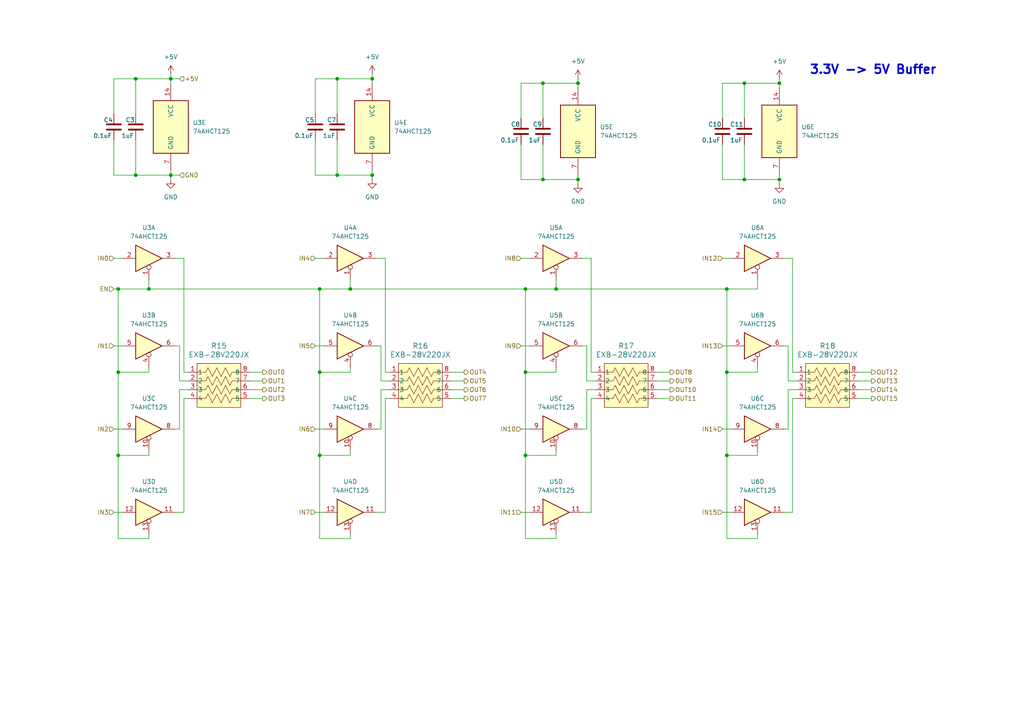
<source format=kicad_sch>
(kicad_sch (version 20250114) (generator "eeschema") (generator_version "9.0")
  (paper "A4")
  (lib_symbols
    (symbol "74xx:74AHCT125" (pin_names (offset 1.016))
      (property "Reference" "U" (at 0 1.27 0))
      (property "Value" "74AHCT125" (at 0 -1.27 0))
      (symbol "74AHCT125_1_0"
        (polyline (pts (xy -3.81 3.81) (xy -3.81 -3.81) (xy 3.81 0) (xy -3.81 3.81)) (stroke (width 0.254)) (fill (type background)))
        (pin input line (at -7.62 0 0) (length 3.81) (name "~") (number "2"))
        (pin input inverted (at 0 -6.35 90) (length 4.445) (name "~") (number "1"))
        (pin tri_state line (at 7.62 0 180) (length 3.81) (name "~") (number "3"))
      )
      (symbol "74AHCT125_2_0"
        (polyline (pts (xy -3.81 3.81) (xy -3.81 -3.81) (xy 3.81 0) (xy -3.81 3.81)) (stroke (width 0.254)) (fill (type background)))
        (pin input line (at -7.62 0 0) (length 3.81) (name "~") (number "5"))
        (pin input inverted (at 0 -6.35 90) (length 4.445) (name "~") (number "4"))
        (pin tri_state line (at 7.62 0 180) (length 3.81) (name "~") (number "6"))
      )
      (symbol "74AHCT125_3_0"
        (polyline (pts (xy -3.81 3.81) (xy -3.81 -3.81) (xy 3.81 0) (xy -3.81 3.81)) (stroke (width 0.254)) (fill (type background)))
        (pin input line (at -7.62 0 0) (length 3.81) (name "~") (number "9"))
        (pin input inverted (at 0 -6.35 90) (length 4.445) (name "~") (number "10"))
        (pin tri_state line (at 7.62 0 180) (length 3.81) (name "~") (number "8"))
      )
      (symbol "74AHCT125_4_0"
        (polyline (pts (xy -3.81 3.81) (xy -3.81 -3.81) (xy 3.81 0) (xy -3.81 3.81)) (stroke (width 0.254)) (fill (type background)))
        (pin input line (at -7.62 0 0) (length 3.81) (name "~") (number "12"))
        (pin input inverted (at 0 -6.35 90) (length 4.445) (name "~") (number "13"))
        (pin tri_state line (at 7.62 0 180) (length 3.81) (name "~") (number "11"))
      )
      (symbol "74AHCT125_5_0"
        (pin power_in line (at 0 12.7 270) (length 5.08) (name "VCC") (number "14"))
        (pin power_in line (at 0 -12.7 90) (length 5.08) (name "GND") (number "7"))
      )
      (symbol "74AHCT125_5_1"
        (rectangle (start -5.08 7.62) (end 5.08 -7.62) (stroke (width 0.254)) (fill (type background)))
      )
    )
    (symbol "Device:C" (pin_numbers (hide yes)) (pin_names (offset 0.254))
      (property "Reference" "C" (at 0.635 2.54 0))
      (property "Value" "C" (at 0.635 -2.54 0))
      (symbol "C_0_1"
        (polyline (pts (xy -2.032 0.762) (xy 2.032 0.762)) (stroke (width 0.508)))
        (polyline (pts (xy -2.032 -0.762) (xy 2.032 -0.762)) (stroke (width 0.508)))
      )
      (symbol "C_1_1"
        (pin passive line (at 0 3.81 270) (length 2.794) (name "~") (number "1"))
        (pin passive line (at 0 -3.81 90) (length 2.794) (name "~") (number "2"))
      )
    )
    (symbol "Device:EXB-28V220JX" (pin_names (offset 0.254))
      (property "Reference" "R" (at 8.382 9.144 0))
      (property "Value" "EXB-28V220JX" (at 8.89 5.588 0))
      (symbol "EXB-28V220JX_0_1"
        (polyline (pts (xy 2.54 0) (xy 5.08 0)) (stroke (width 0.127)))
        (polyline (pts (xy 2.54 -2.54) (xy 5.08 -2.54)) (stroke (width 0.127)))
        (polyline (pts (xy 2.54 -5.08) (xy 5.08 -5.08)) (stroke (width 0.127)))
        (polyline (pts (xy 2.54 -7.62) (xy 5.08 -7.62)) (stroke (width 0.127)))
        (polyline (pts (xy 5.08 0) (xy 5.715 1.27)) (stroke (width 0.127)))
        (polyline (pts (xy 5.08 -2.54) (xy 5.715 -1.27)) (stroke (width 0.127)))
        (polyline (pts (xy 5.08 -5.08) (xy 5.715 -3.81)) (stroke (width 0.127)))
        (polyline (pts (xy 5.08 -7.62) (xy 5.715 -6.35)) (stroke (width 0.127)))
        (polyline (pts (xy 5.715 1.27) (xy 6.985 -1.27)) (stroke (width 0.127)))
        (polyline (pts (xy 5.715 -1.27) (xy 6.985 -3.81)) (stroke (width 0.127)))
        (polyline (pts (xy 5.715 -3.81) (xy 6.985 -6.35)) (stroke (width 0.127)))
        (polyline (pts (xy 5.715 -6.35) (xy 6.985 -8.89)) (stroke (width 0.127)))
        (polyline (pts (xy 6.985 -1.27) (xy 8.255 1.27)) (stroke (width 0.127)))
        (polyline (pts (xy 6.985 -3.81) (xy 8.255 -1.27)) (stroke (width 0.127)))
        (polyline (pts (xy 6.985 -6.35) (xy 8.255 -3.81)) (stroke (width 0.127)))
        (polyline (pts (xy 6.985 -8.89) (xy 8.255 -6.35)) (stroke (width 0.127)))
        (polyline (pts (xy 8.255 1.27) (xy 9.525 -1.27)) (stroke (width 0.127)))
        (polyline (pts (xy 8.255 -1.27) (xy 9.525 -3.81)) (stroke (width 0.127)))
        (polyline (pts (xy 8.255 -3.81) (xy 9.525 -6.35)) (stroke (width 0.127)))
        (polyline (pts (xy 8.255 -6.35) (xy 9.525 -8.89)) (stroke (width 0.127)))
        (polyline (pts (xy 9.525 -1.27) (xy 10.795 1.27)) (stroke (width 0.127)))
        (polyline (pts (xy 9.525 -3.81) (xy 10.795 -1.27)) (stroke (width 0.127)))
        (polyline (pts (xy 9.525 -6.35) (xy 10.795 -3.81)) (stroke (width 0.127)))
        (polyline (pts (xy 9.525 -8.89) (xy 10.795 -6.35)) (stroke (width 0.127)))
        (polyline (pts (xy 10.795 1.27) (xy 12.065 -1.27)) (stroke (width 0.127)))
        (polyline (pts (xy 10.795 -1.27) (xy 12.065 -3.81)) (stroke (width 0.127)))
        (polyline (pts (xy 10.795 -3.81) (xy 12.065 -6.35)) (stroke (width 0.127)))
        (polyline (pts (xy 10.795 -6.35) (xy 12.065 -8.89)) (stroke (width 0.127)))
        (polyline (pts (xy 12.065 -1.27) (xy 12.7 0)) (stroke (width 0.127)))
        (polyline (pts (xy 12.065 -3.81) (xy 12.7 -2.54)) (stroke (width 0.127)))
        (polyline (pts (xy 12.065 -6.35) (xy 12.7 -5.08)) (stroke (width 0.127)))
        (polyline (pts (xy 12.065 -8.89) (xy 12.7 -7.62)) (stroke (width 0.127)))
        (polyline (pts (xy 12.7 0) (xy 15.24 0)) (stroke (width 0.127)))
        (polyline (pts (xy 12.7 -2.54) (xy 15.24 -2.54)) (stroke (width 0.127)))
        (polyline (pts (xy 12.7 -5.08) (xy 15.24 -5.08)) (stroke (width 0.127)))
        (polyline (pts (xy 12.7 -7.62) (xy 15.24 -7.62)) (stroke (width 0.127)))
        (pin unspecified line (at 0 0 0) (length 2.54) (name "1") (number "1"))
        (pin unspecified line (at 0 -2.54 0) (length 2.54) (name "2") (number "2"))
        (pin unspecified line (at 0 -5.08 0) (length 2.54) (name "3") (number "3"))
        (pin unspecified line (at 0 -7.62 0) (length 2.54) (name "4") (number "4"))
        (pin unspecified line (at 17.78 0 180) (length 2.54) (name "8") (number "8"))
        (pin unspecified line (at 17.78 -2.54 180) (length 2.54) (name "7") (number "7"))
        (pin unspecified line (at 17.78 -5.08 180) (length 2.54) (name "6") (number "6"))
        (pin unspecified line (at 17.78 -7.62 180) (length 2.54) (name "5") (number "5"))
      )
      (symbol "EXB-28V220JX_1_1"
        (rectangle (start 2.54 2.54) (end 15.24 -10.16) (fill (type background)))
      )
    )
    (symbol "power:+5V" (power) (pin_numbers (hide yes)) (pin_names (offset 0) (hide yes))
      (property "Value" "+5V" (at 0 3.556 0))
      (symbol "+5V_0_1"
        (polyline (pts (xy -0.762 1.27) (xy 0 2.54)))
        (polyline (pts (xy 0 2.54) (xy 0.762 1.27)))
        (polyline (pts (xy 0 0) (xy 0 2.54)))
      )
      (symbol "+5V_1_1"
        (pin power_in line (at 0 0 90) (length 0) (name "~") (number "1"))
      )
    )
    (symbol "power:GND" (power) (pin_numbers (hide yes)) (pin_names (offset 0) (hide yes))
      (property "Value" "GND" (at 0 -3.81 0))
      (symbol "GND_0_1"
        (polyline (pts (xy 0 0) (xy 0 -1.27) (xy 1.27 -1.27) (xy 0 -2.54) (xy -1.27 -1.27) (xy 0 -1.27)))
      )
      (symbol "GND_1_1"
        (pin power_in line (at 0 0 270) (length 0) (name "~") (number "1"))
      )
    )
  )
  (text "3.3V -> 5V Buffer" (at 253.238 20.32 0) (effects (font (size 2.54 2.54) (thickness 0.508) (bold yes))))
  (junction (at 107.95 22.86))
  (junction (at 210.82 132.08))
  (junction (at 107.95 50.8))
  (junction (at 157.48 52.07))
  (junction (at 34.29 107.95))
  (junction (at 226.06 24.13))
  (junction (at 210.82 83.82))
  (junction (at 92.71 107.95))
  (junction (at 39.37 50.8))
  (junction (at 215.9 52.07))
  (junction (at 97.79 22.86))
  (junction (at 167.64 52.07))
  (junction (at 152.4 83.82))
  (junction (at 215.9 24.13))
  (junction (at 226.06 52.07))
  (junction (at 210.82 107.95))
  (junction (at 167.64 24.13))
  (junction (at 97.79 50.8))
  (junction (at 92.71 132.08))
  (junction (at 49.53 50.8))
  (junction (at 39.37 22.86))
  (junction (at 43.18 83.82))
  (junction (at 152.4 107.95))
  (junction (at 34.29 83.82))
  (junction (at 157.48 24.13))
  (junction (at 34.29 132.08))
  (junction (at 49.53 22.86))
  (junction (at 101.6 83.82))
  (junction (at 161.29 83.82))
  (junction (at 92.71 83.82))
  (junction (at 152.4 132.08))
  (wire (pts (xy 33.02 74.93) (xy 35.56 74.93)))
  (wire (pts (xy 167.64 52.07) (xy 167.64 53.34)))
  (wire (pts (xy 43.18 106.68) (xy 43.18 107.95)))
  (wire (pts (xy 248.92 115.57) (xy 252.73 115.57)))
  (wire (pts (xy 111.76 115.57) (xy 111.76 148.59)))
  (wire (pts (xy 34.29 132.08) (xy 34.29 156.21)))
  (wire (pts (xy 97.79 50.8) (xy 107.95 50.8)))
  (wire (pts (xy 170.18 110.49) (xy 172.72 110.49)))
  (wire (pts (xy 49.53 22.86) (xy 52.07 22.86)))
  (wire (pts (xy 152.4 156.21) (xy 161.29 156.21)))
  (wire (pts (xy 152.4 83.82) (xy 152.4 107.95)))
  (wire (pts (xy 226.06 22.86) (xy 226.06 24.13)))
  (wire (pts (xy 49.53 50.8) (xy 52.07 50.8)))
  (wire (pts (xy 49.53 50.8) (xy 49.53 52.07)))
  (wire (pts (xy 110.49 100.33) (xy 110.49 110.49)))
  (wire (pts (xy 151.13 24.13) (xy 157.48 24.13)))
  (wire (pts (xy 33.02 22.86) (xy 39.37 22.86)))
  (wire (pts (xy 151.13 148.59) (xy 153.67 148.59)))
  (wire (pts (xy 170.18 113.03) (xy 170.18 124.46)))
  (wire (pts (xy 227.33 124.46) (xy 228.6 124.46)))
  (wire (pts (xy 49.53 22.86) (xy 39.37 22.86)))
  (wire (pts (xy 171.45 107.95) (xy 172.72 107.95)))
  (wire (pts (xy 92.71 107.95) (xy 92.71 132.08)))
  (wire (pts (xy 168.91 100.33) (xy 170.18 100.33)))
  (wire (pts (xy 209.55 34.29) (xy 209.55 24.13)))
  (wire (pts (xy 190.5 115.57) (xy 194.31 115.57)))
  (wire (pts (xy 210.82 132.08) (xy 210.82 156.21)))
  (wire (pts (xy 33.02 148.59) (xy 35.56 148.59)))
  (wire (pts (xy 91.44 100.33) (xy 93.98 100.33)))
  (wire (pts (xy 209.55 52.07) (xy 209.55 41.91)))
  (wire (pts (xy 152.4 132.08) (xy 161.29 132.08)))
  (wire (pts (xy 171.45 74.93) (xy 171.45 107.95)))
  (wire (pts (xy 227.33 74.93) (xy 229.87 74.93)))
  (wire (pts (xy 107.95 50.8) (xy 107.95 52.07)))
  (wire (pts (xy 52.07 113.03) (xy 52.07 124.46)))
  (wire (pts (xy 190.5 110.49) (xy 194.31 110.49)))
  (wire (pts (xy 91.44 124.46) (xy 93.98 124.46)))
  (wire (pts (xy 107.95 22.86) (xy 107.95 24.13)))
  (wire (pts (xy 43.18 130.81) (xy 43.18 132.08)))
  (wire (pts (xy 228.6 110.49) (xy 231.14 110.49)))
  (wire (pts (xy 215.9 24.13) (xy 215.9 34.29)))
  (wire (pts (xy 210.82 83.82) (xy 210.82 107.95)))
  (wire (pts (xy 151.13 100.33) (xy 153.67 100.33)))
  (wire (pts (xy 72.39 110.49) (xy 76.2 110.49)))
  (wire (pts (xy 130.81 113.03) (xy 134.62 113.03)))
  (wire (pts (xy 227.33 100.33) (xy 228.6 100.33)))
  (wire (pts (xy 101.6 83.82) (xy 152.4 83.82)))
  (wire (pts (xy 227.33 148.59) (xy 229.87 148.59)))
  (wire (pts (xy 228.6 113.03) (xy 228.6 124.46)))
  (wire (pts (xy 172.72 113.03) (xy 170.18 113.03)))
  (wire (pts (xy 167.64 24.13) (xy 157.48 24.13)))
  (wire (pts (xy 151.13 74.93) (xy 153.67 74.93)))
  (wire (pts (xy 152.4 107.95) (xy 152.4 132.08)))
  (wire (pts (xy 226.06 24.13) (xy 215.9 24.13)))
  (wire (pts (xy 111.76 74.93) (xy 111.76 107.95)))
  (wire (pts (xy 97.79 22.86) (xy 97.79 33.02)))
  (wire (pts (xy 34.29 107.95) (xy 43.18 107.95)))
  (wire (pts (xy 229.87 107.95) (xy 231.14 107.95)))
  (wire (pts (xy 39.37 50.8) (xy 49.53 50.8)))
  (wire (pts (xy 229.87 115.57) (xy 229.87 148.59)))
  (wire (pts (xy 130.81 107.95) (xy 134.62 107.95)))
  (wire (pts (xy 219.71 106.68) (xy 219.71 107.95)))
  (wire (pts (xy 34.29 83.82) (xy 43.18 83.82)))
  (wire (pts (xy 151.13 124.46) (xy 153.67 124.46)))
  (wire (pts (xy 49.53 21.59) (xy 49.53 22.86)))
  (wire (pts (xy 168.91 124.46) (xy 170.18 124.46)))
  (wire (pts (xy 33.02 83.82) (xy 34.29 83.82)))
  (wire (pts (xy 109.22 124.46) (xy 110.49 124.46)))
  (wire (pts (xy 248.92 113.03) (xy 252.73 113.03)))
  (wire (pts (xy 210.82 132.08) (xy 219.71 132.08)))
  (wire (pts (xy 50.8 148.59) (xy 53.34 148.59)))
  (wire (pts (xy 170.18 100.33) (xy 170.18 110.49)))
  (wire (pts (xy 97.79 40.64) (xy 97.79 50.8)))
  (wire (pts (xy 157.48 24.13) (xy 157.48 34.29)))
  (wire (pts (xy 210.82 156.21) (xy 219.71 156.21)))
  (wire (pts (xy 107.95 22.86) (xy 97.79 22.86)))
  (wire (pts (xy 152.4 132.08) (xy 152.4 156.21)))
  (wire (pts (xy 248.92 107.95) (xy 252.73 107.95)))
  (wire (pts (xy 33.02 33.02) (xy 33.02 22.86)))
  (wire (pts (xy 109.22 74.93) (xy 111.76 74.93)))
  (wire (pts (xy 229.87 74.93) (xy 229.87 107.95)))
  (wire (pts (xy 209.55 52.07) (xy 215.9 52.07)))
  (wire (pts (xy 161.29 83.82) (xy 210.82 83.82)))
  (wire (pts (xy 33.02 50.8) (xy 39.37 50.8)))
  (wire (pts (xy 248.92 110.49) (xy 252.73 110.49)))
  (wire (pts (xy 72.39 113.03) (xy 76.2 113.03)))
  (wire (pts (xy 92.71 132.08) (xy 101.6 132.08)))
  (wire (pts (xy 33.02 50.8) (xy 33.02 40.64)))
  (wire (pts (xy 190.5 113.03) (xy 194.31 113.03)))
  (wire (pts (xy 54.61 115.57) (xy 53.34 115.57)))
  (wire (pts (xy 92.71 107.95) (xy 101.6 107.95)))
  (wire (pts (xy 52.07 100.33) (xy 52.07 110.49)))
  (wire (pts (xy 110.49 113.03) (xy 110.49 124.46)))
  (wire (pts (xy 226.06 24.13) (xy 226.06 25.4)))
  (wire (pts (xy 52.07 110.49) (xy 54.61 110.49)))
  (wire (pts (xy 161.29 130.81) (xy 161.29 132.08)))
  (wire (pts (xy 91.44 22.86) (xy 97.79 22.86)))
  (wire (pts (xy 109.22 100.33) (xy 110.49 100.33)))
  (wire (pts (xy 130.81 110.49) (xy 134.62 110.49)))
  (wire (pts (xy 34.29 156.21) (xy 43.18 156.21)))
  (wire (pts (xy 50.8 100.33) (xy 52.07 100.33)))
  (wire (pts (xy 91.44 50.8) (xy 97.79 50.8)))
  (wire (pts (xy 171.45 115.57) (xy 171.45 148.59)))
  (wire (pts (xy 109.22 148.59) (xy 111.76 148.59)))
  (wire (pts (xy 33.02 100.33) (xy 35.56 100.33)))
  (wire (pts (xy 168.91 74.93) (xy 171.45 74.93)))
  (wire (pts (xy 34.29 132.08) (xy 43.18 132.08)))
  (wire (pts (xy 39.37 40.64) (xy 39.37 50.8)))
  (wire (pts (xy 161.29 81.28) (xy 161.29 83.82)))
  (wire (pts (xy 152.4 107.95) (xy 161.29 107.95)))
  (wire (pts (xy 209.55 74.93) (xy 212.09 74.93)))
  (wire (pts (xy 167.64 22.86) (xy 167.64 24.13)))
  (wire (pts (xy 50.8 74.93) (xy 53.34 74.93)))
  (wire (pts (xy 231.14 113.03) (xy 228.6 113.03)))
  (wire (pts (xy 92.71 83.82) (xy 101.6 83.82)))
  (wire (pts (xy 167.64 24.13) (xy 167.64 25.4)))
  (wire (pts (xy 157.48 41.91) (xy 157.48 52.07)))
  (wire (pts (xy 152.4 83.82) (xy 161.29 83.82)))
  (wire (pts (xy 215.9 41.91) (xy 215.9 52.07)))
  (wire (pts (xy 34.29 107.95) (xy 34.29 132.08)))
  (wire (pts (xy 219.71 130.81) (xy 219.71 132.08)))
  (wire (pts (xy 226.06 52.07) (xy 226.06 53.34)))
  (wire (pts (xy 92.71 156.21) (xy 101.6 156.21)))
  (wire (pts (xy 161.29 154.94) (xy 161.29 156.21)))
  (wire (pts (xy 151.13 52.07) (xy 151.13 41.91)))
  (wire (pts (xy 161.29 106.68) (xy 161.29 107.95)))
  (wire (pts (xy 210.82 107.95) (xy 219.71 107.95)))
  (wire (pts (xy 113.03 115.57) (xy 111.76 115.57)))
  (wire (pts (xy 219.71 81.28) (xy 219.71 83.82)))
  (wire (pts (xy 210.82 107.95) (xy 210.82 132.08)))
  (wire (pts (xy 101.6 81.28) (xy 101.6 83.82)))
  (wire (pts (xy 107.95 21.59) (xy 107.95 22.86)))
  (wire (pts (xy 43.18 81.28) (xy 43.18 83.82)))
  (wire (pts (xy 72.39 115.57) (xy 76.2 115.57)))
  (wire (pts (xy 101.6 154.94) (xy 101.6 156.21)))
  (wire (pts (xy 219.71 154.94) (xy 219.71 156.21)))
  (wire (pts (xy 231.14 115.57) (xy 229.87 115.57)))
  (wire (pts (xy 53.34 107.95) (xy 54.61 107.95)))
  (wire (pts (xy 215.9 52.07) (xy 226.06 52.07)))
  (wire (pts (xy 210.82 83.82) (xy 219.71 83.82)))
  (wire (pts (xy 113.03 113.03) (xy 110.49 113.03)))
  (wire (pts (xy 54.61 113.03) (xy 52.07 113.03)))
  (wire (pts (xy 49.53 49.53) (xy 49.53 50.8)))
  (wire (pts (xy 92.71 83.82) (xy 92.71 107.95)))
  (wire (pts (xy 209.55 124.46) (xy 212.09 124.46)))
  (wire (pts (xy 92.71 132.08) (xy 92.71 156.21)))
  (wire (pts (xy 101.6 130.81) (xy 101.6 132.08)))
  (wire (pts (xy 50.8 124.46) (xy 52.07 124.46)))
  (wire (pts (xy 33.02 124.46) (xy 35.56 124.46)))
  (wire (pts (xy 101.6 106.68) (xy 101.6 107.95)))
  (wire (pts (xy 53.34 115.57) (xy 53.34 148.59)))
  (wire (pts (xy 91.44 50.8) (xy 91.44 40.64)))
  (wire (pts (xy 190.5 107.95) (xy 194.31 107.95)))
  (wire (pts (xy 157.48 52.07) (xy 167.64 52.07)))
  (wire (pts (xy 91.44 148.59) (xy 93.98 148.59)))
  (wire (pts (xy 107.95 49.53) (xy 107.95 50.8)))
  (wire (pts (xy 168.91 148.59) (xy 171.45 148.59)))
  (wire (pts (xy 49.53 22.86) (xy 49.53 24.13)))
  (wire (pts (xy 53.34 74.93) (xy 53.34 107.95)))
  (wire (pts (xy 110.49 110.49) (xy 113.03 110.49)))
  (wire (pts (xy 91.44 33.02) (xy 91.44 22.86)))
  (wire (pts (xy 151.13 52.07) (xy 157.48 52.07)))
  (wire (pts (xy 72.39 107.95) (xy 76.2 107.95)))
  (wire (pts (xy 91.44 74.93) (xy 93.98 74.93)))
  (wire (pts (xy 167.64 50.8) (xy 167.64 52.07)))
  (wire (pts (xy 43.18 154.94) (xy 43.18 156.21)))
  (wire (pts (xy 43.18 83.82) (xy 92.71 83.82)))
  (wire (pts (xy 151.13 34.29) (xy 151.13 24.13)))
  (wire (pts (xy 172.72 115.57) (xy 171.45 115.57)))
  (wire (pts (xy 111.76 107.95) (xy 113.03 107.95)))
  (wire (pts (xy 209.55 24.13) (xy 215.9 24.13)))
  (wire (pts (xy 39.37 22.86) (xy 39.37 33.02)))
  (wire (pts (xy 228.6 100.33) (xy 228.6 110.49)))
  (wire (pts (xy 130.81 115.57) (xy 134.62 115.57)))
  (wire (pts (xy 226.06 50.8) (xy 226.06 52.07)))
  (wire (pts (xy 209.55 148.59) (xy 212.09 148.59)))
  (wire (pts (xy 34.29 83.82) (xy 34.29 107.95)))
  (wire (pts (xy 209.55 100.33) (xy 212.09 100.33)))
  (hierarchical_label "OUT11" (shape output) (at 194.31 115.57 0))
  (hierarchical_label "OUT7" (shape output) (at 134.62 115.57 0))
  (hierarchical_label "+5V" (shape input) (at 52.07 22.86 0))
  (hierarchical_label "OUT14" (shape output) (at 252.73 113.03 0))
  (hierarchical_label "IN0" (shape input) (at 33.02 74.93 180))
  (hierarchical_label "OUT1" (shape output) (at 76.2 110.49 0))
  (hierarchical_label "IN6" (shape input) (at 91.44 124.46 180))
  (hierarchical_label "OUT10" (shape output) (at 194.31 113.03 0))
  (hierarchical_label "EN" (shape input) (at 33.02 83.82 180))
  (hierarchical_label "IN8" (shape input) (at 151.13 74.93 180))
  (hierarchical_label "IN15" (shape input) (at 209.55 148.59 180))
  (hierarchical_label "OUT15" (shape output) (at 252.73 115.57 0))
  (hierarchical_label "OUT12" (shape output) (at 252.73 107.95 0))
  (hierarchical_label "IN10" (shape input) (at 151.13 124.46 180))
  (hierarchical_label "IN9" (shape input) (at 151.13 100.33 180))
  (hierarchical_label "OUT4" (shape output) (at 134.62 107.95 0))
  (hierarchical_label "IN1" (shape input) (at 33.02 100.33 180))
  (hierarchical_label "IN11" (shape input) (at 151.13 148.59 180))
  (hierarchical_label "OUT0" (shape output) (at 76.2 107.95 0))
  (hierarchical_label "IN13" (shape input) (at 209.55 100.33 180))
  (hierarchical_label "GND" (shape input) (at 52.07 50.8 0))
  (hierarchical_label "IN14" (shape input) (at 209.55 124.46 180))
  (hierarchical_label "OUT13" (shape output) (at 252.73 110.49 0))
  (hierarchical_label "OUT6" (shape output) (at 134.62 113.03 0))
  (hierarchical_label "IN4" (shape input) (at 91.44 74.93 180))
  (hierarchical_label "IN12" (shape input) (at 209.55 74.93 180))
  (hierarchical_label "IN7" (shape input) (at 91.44 148.59 180))
  (hierarchical_label "IN3" (shape input) (at 33.02 148.59 180))
  (hierarchical_label "IN2" (shape input) (at 33.02 124.46 180))
  (hierarchical_label "OUT5" (shape output) (at 134.62 110.49 0))
  (hierarchical_label "OUT3" (shape output) (at 76.2 115.57 0))
  (hierarchical_label "OUT2" (shape output) (at 76.2 113.03 0))
  (hierarchical_label "OUT9" (shape output) (at 194.31 110.49 0))
  (hierarchical_label "IN5" (shape input) (at 91.44 100.33 180))
  (hierarchical_label "OUT8" (shape output) (at 194.31 107.95 0))
  (symbol (lib_id "74xx:74AHCT125") (at 107.95 36.83 0) (unit 5)
    (property "Reference" "U4" (at 114.3 35.5599 0) (effects (justify left)))
    (property "Value" "74AHCT125" (at 114.3 38.0999 0) (effects (justify left)))
    (property "Footprint" "Package_SO:TSSOP-14_4.4x5mm_P0.65mm" (effects (hide yes)))
    (property "Datasheet" "https://www.ti.com/lit/ds/symlink/sn74ahct125.pdf" (effects (hide yes)))
    (property "Description" "Quadruple Bus Buffer Gates With 3-State Outputs" (effects (hide yes)))
  )
  (symbol (lib_id "Device:C") (at 151.13 38.1 0) (mirror y) (unit 1)
    (property "Reference" "C8" (at 150.876 36.068 0) (effects (justify left)))
    (property "Value" "0.1uF" (at 150.622 40.64 0) (effects (justify left)))
    (property "Footprint" "Capacitor_SMD:C_0805_2012Metric" (effects (hide yes)))
    (property "Description" "Unpolarized capacitor" (effects (hide yes)))
  )
  (symbol (lib_id "74xx:74AHCT125") (at 161.29 124.46 0) (unit 3)
    (property "Reference" "U5" (at 161.29 115.57 0))
    (property "Value" "74AHCT125" (at 161.29 118.11 0))
    (property "Footprint" "Package_SO:TSSOP-14_4.4x5mm_P0.65mm" (effects (hide yes)))
    (property "Datasheet" "https://www.ti.com/lit/ds/symlink/sn74ahct125.pdf" (effects (hide yes)))
    (property "Description" "Quadruple Bus Buffer Gates With 3-State Outputs" (effects (hide yes)))
  )
  (symbol (lib_id "74xx:74AHCT125") (at 161.29 74.93 0) (unit 1)
    (property "Reference" "U5" (at 161.29 66.04 0))
    (property "Value" "74AHCT125" (at 161.29 68.58 0))
    (property "Footprint" "Package_SO:TSSOP-14_4.4x5mm_P0.65mm" (effects (hide yes)))
    (property "Datasheet" "https://www.ti.com/lit/ds/symlink/sn74ahct125.pdf" (effects (hide yes)))
    (property "Description" "Quadruple Bus Buffer Gates With 3-State Outputs" (effects (hide yes)))
  )
  (symbol (lib_id "Device:EXB-28V220JX") (at 113.03 107.95 0) (unit 1)
    (property "Reference" "R16" (at 121.92 100.33 0) (effects (font (size 1.524 1.524))))
    (property "Value" "EXB-28V220JX" (at 121.92 102.87 0) (effects (font (size 1.524 1.524))))
    (property "Footprint" "Resistor_SMD:EXB28V_PAN" (effects (hide yes)))
    (property "Datasheet" "EXB-28V220JX" (effects (hide yes)))
  )
  (symbol (lib_id "74xx:74AHCT125") (at 167.64 38.1 0) (unit 5)
    (property "Reference" "U5" (at 173.99 36.8299 0) (effects (justify left)))
    (property "Value" "74AHCT125" (at 173.99 39.3699 0) (effects (justify left)))
    (property "Footprint" "Package_SO:TSSOP-14_4.4x5mm_P0.65mm" (effects (hide yes)))
    (property "Datasheet" "https://www.ti.com/lit/ds/symlink/sn74ahct125.pdf" (effects (hide yes)))
    (property "Description" "Quadruple Bus Buffer Gates With 3-State Outputs" (effects (hide yes)))
  )
  (symbol (lib_id "74xx:74AHCT125") (at 101.6 100.33 0) (unit 2)
    (property "Reference" "U4" (at 101.6 91.44 0))
    (property "Value" "74AHCT125" (at 101.6 93.98 0))
    (property "Footprint" "Package_SO:TSSOP-14_4.4x5mm_P0.65mm" (effects (hide yes)))
    (property "Datasheet" "https://www.ti.com/lit/ds/symlink/sn74ahct125.pdf" (effects (hide yes)))
    (property "Description" "Quadruple Bus Buffer Gates With 3-State Outputs" (effects (hide yes)))
  )
  (symbol (lib_id "power:GND") (at 49.53 52.07 0) (unit 1)
    (property "Reference" "#PWR031" (effects (hide yes)))
    (property "Value" "GND" (at 49.53 57.15 0))
    (property "Description" "Power symbol creates a global label with name \"GND\" , ground" (effects (hide yes)))
  )
  (symbol (lib_id "power:+5V") (at 49.53 21.59 0) (unit 1)
    (property "Reference" "#PWR032" (effects (hide yes)))
    (property "Value" "+5V" (at 49.53 16.51 0))
    (property "Description" "Power symbol creates a global label with name \"+5V\"" (effects (hide yes)))
  )
  (symbol (lib_id "74xx:74AHCT125") (at 226.06 38.1 0) (unit 5)
    (property "Reference" "U6" (at 232.41 36.8299 0) (effects (justify left)))
    (property "Value" "74AHCT125" (at 232.41 39.3699 0) (effects (justify left)))
    (property "Footprint" "Package_SO:TSSOP-14_4.4x5mm_P0.65mm" (effects (hide yes)))
    (property "Datasheet" "https://www.ti.com/lit/ds/symlink/sn74ahct125.pdf" (effects (hide yes)))
    (property "Description" "Quadruple Bus Buffer Gates With 3-State Outputs" (effects (hide yes)))
  )
  (symbol (lib_id "74xx:74AHCT125") (at 219.71 148.59 0) (unit 4)
    (property "Reference" "U6" (at 219.71 139.7 0))
    (property "Value" "74AHCT125" (at 219.71 142.24 0))
    (property "Footprint" "Package_SO:TSSOP-14_4.4x5mm_P0.65mm" (effects (hide yes)))
    (property "Datasheet" "https://www.ti.com/lit/ds/symlink/sn74ahct125.pdf" (effects (hide yes)))
    (property "Description" "Quadruple Bus Buffer Gates With 3-State Outputs" (effects (hide yes)))
  )
  (symbol (lib_id "74xx:74AHCT125") (at 101.6 124.46 0) (unit 3)
    (property "Reference" "U4" (at 101.6 115.57 0))
    (property "Value" "74AHCT125" (at 101.6 118.11 0))
    (property "Footprint" "Package_SO:TSSOP-14_4.4x5mm_P0.65mm" (effects (hide yes)))
    (property "Datasheet" "https://www.ti.com/lit/ds/symlink/sn74ahct125.pdf" (effects (hide yes)))
    (property "Description" "Quadruple Bus Buffer Gates With 3-State Outputs" (effects (hide yes)))
  )
  (symbol (lib_id "Device:EXB-28V220JX") (at 172.72 107.95 0) (unit 1)
    (property "Reference" "R17" (at 181.61 100.33 0) (effects (font (size 1.524 1.524))))
    (property "Value" "EXB-28V220JX" (at 181.61 102.87 0) (effects (font (size 1.524 1.524))))
    (property "Footprint" "Resistor_SMD:EXB28V_PAN" (effects (hide yes)))
    (property "Datasheet" "EXB-28V220JX" (effects (hide yes)))
  )
  (symbol (lib_id "Device:C") (at 33.02 36.83 0) (mirror y) (unit 1)
    (property "Reference" "C4" (at 32.766 34.798 0) (effects (justify left)))
    (property "Value" "0.1uF" (at 32.512 39.37 0) (effects (justify left)))
    (property "Footprint" "Capacitor_SMD:C_0805_2012Metric" (effects (hide yes)))
    (property "Description" "Unpolarized capacitor" (effects (hide yes)))
  )
  (symbol (lib_id "74xx:74AHCT125") (at 43.18 148.59 0) (unit 4)
    (property "Reference" "U3" (at 43.18 139.7 0))
    (property "Value" "74AHCT125" (at 43.18 142.24 0))
    (property "Footprint" "Package_SO:TSSOP-14_4.4x5mm_P0.65mm" (effects (hide yes)))
    (property "Datasheet" "https://www.ti.com/lit/ds/symlink/sn74ahct125.pdf" (effects (hide yes)))
    (property "Description" "Quadruple Bus Buffer Gates With 3-State Outputs" (effects (hide yes)))
  )
  (symbol (lib_id "74xx:74AHCT125") (at 219.71 100.33 0) (unit 2)
    (property "Reference" "U6" (at 219.71 91.44 0))
    (property "Value" "74AHCT125" (at 219.71 93.98 0))
    (property "Footprint" "Package_SO:TSSOP-14_4.4x5mm_P0.65mm" (effects (hide yes)))
    (property "Datasheet" "https://www.ti.com/lit/ds/symlink/sn74ahct125.pdf" (effects (hide yes)))
    (property "Description" "Quadruple Bus Buffer Gates With 3-State Outputs" (effects (hide yes)))
  )
  (symbol (lib_id "Device:C") (at 215.9 38.1 0) (mirror y) (unit 1)
    (property "Reference" "C11" (at 215.646 36.068 0) (effects (justify left)))
    (property "Value" "1uF" (at 215.392 40.64 0) (effects (justify left)))
    (property "Footprint" "Capacitor_SMD:C_0805_2012Metric" (effects (hide yes)))
    (property "Description" "Unpolarized capacitor" (effects (hide yes)))
  )
  (symbol (lib_id "Device:EXB-28V220JX") (at 231.14 107.95 0) (unit 1)
    (property "Reference" "R18" (at 240.03 100.33 0) (effects (font (size 1.524 1.524))))
    (property "Value" "EXB-28V220JX" (at 240.03 102.87 0) (effects (font (size 1.524 1.524))))
    (property "Footprint" "Resistor_SMD:EXB28V_PAN" (effects (hide yes)))
    (property "Datasheet" "EXB-28V220JX" (effects (hide yes)))
  )
  (symbol (lib_id "power:GND") (at 107.95 52.07 0) (unit 1)
    (property "Reference" "#PWR037" (effects (hide yes)))
    (property "Value" "GND" (at 107.95 57.15 0))
    (property "Description" "Power symbol creates a global label with name \"GND\" , ground" (effects (hide yes)))
  )
  (symbol (lib_id "Device:C") (at 157.48 38.1 0) (mirror y) (unit 1)
    (property "Reference" "C9" (at 157.226 36.068 0) (effects (justify left)))
    (property "Value" "1uF" (at 156.972 40.64 0) (effects (justify left)))
    (property "Footprint" "Capacitor_SMD:C_0805_2012Metric" (effects (hide yes)))
    (property "Description" "Unpolarized capacitor" (effects (hide yes)))
  )
  (symbol (lib_id "Device:C") (at 91.44 36.83 0) (mirror y) (unit 1)
    (property "Reference" "C5" (at 91.186 34.798 0) (effects (justify left)))
    (property "Value" "0.1uF" (at 90.932 39.37 0) (effects (justify left)))
    (property "Footprint" "Capacitor_SMD:C_0805_2012Metric" (effects (hide yes)))
    (property "Description" "Unpolarized capacitor" (effects (hide yes)))
  )
  (symbol (lib_id "Device:C") (at 39.37 36.83 0) (mirror y) (unit 1)
    (property "Reference" "C3" (at 39.116 34.798 0) (effects (justify left)))
    (property "Value" "1uF" (at 38.862 39.37 0) (effects (justify left)))
    (property "Footprint" "Capacitor_SMD:C_0805_2012Metric" (effects (hide yes)))
    (property "Description" "Unpolarized capacitor" (effects (hide yes)))
  )
  (symbol (lib_id "74xx:74AHCT125") (at 101.6 74.93 0) (unit 1)
    (property "Reference" "U4" (at 101.6 66.04 0))
    (property "Value" "74AHCT125" (at 101.6 68.58 0))
    (property "Footprint" "Package_SO:TSSOP-14_4.4x5mm_P0.65mm" (effects (hide yes)))
    (property "Datasheet" "https://www.ti.com/lit/ds/symlink/sn74ahct125.pdf" (effects (hide yes)))
    (property "Description" "Quadruple Bus Buffer Gates With 3-State Outputs" (effects (hide yes)))
  )
  (symbol (lib_id "Device:EXB-28V220JX") (at 54.61 107.95 0) (unit 1)
    (property "Reference" "R15" (at 63.5 100.33 0) (effects (font (size 1.524 1.524))))
    (property "Value" "EXB-28V220JX" (at 63.5 102.87 0) (effects (font (size 1.524 1.524))))
    (property "Footprint" "Resistor_SMD:EXB28V_PAN" (effects (hide yes)))
    (property "Datasheet" "EXB-28V220JX" (effects (hide yes)))
  )
  (symbol (lib_id "power:GND") (at 226.06 53.34 0) (unit 1)
    (property "Reference" "#PWR045" (effects (hide yes)))
    (property "Value" "GND" (at 226.06 58.42 0))
    (property "Description" "Power symbol creates a global label with name \"GND\" , ground" (effects (hide yes)))
  )
  (symbol (lib_id "74xx:74AHCT125") (at 161.29 100.33 0) (unit 2)
    (property "Reference" "U5" (at 161.29 91.44 0))
    (property "Value" "74AHCT125" (at 161.29 93.98 0))
    (property "Footprint" "Package_SO:TSSOP-14_4.4x5mm_P0.65mm" (effects (hide yes)))
    (property "Datasheet" "https://www.ti.com/lit/ds/symlink/sn74ahct125.pdf" (effects (hide yes)))
    (property "Description" "Quadruple Bus Buffer Gates With 3-State Outputs" (effects (hide yes)))
  )
  (symbol (lib_id "74xx:74AHCT125") (at 219.71 74.93 0) (unit 1)
    (property "Reference" "U6" (at 219.71 66.04 0))
    (property "Value" "74AHCT125" (at 219.71 68.58 0))
    (property "Footprint" "Package_SO:TSSOP-14_4.4x5mm_P0.65mm" (effects (hide yes)))
    (property "Datasheet" "https://www.ti.com/lit/ds/symlink/sn74ahct125.pdf" (effects (hide yes)))
    (property "Description" "Quadruple Bus Buffer Gates With 3-State Outputs" (effects (hide yes)))
  )
  (symbol (lib_id "power:+5V") (at 107.95 21.59 0) (unit 1)
    (property "Reference" "#PWR036" (effects (hide yes)))
    (property "Value" "+5V" (at 107.95 16.51 0))
    (property "Description" "Power symbol creates a global label with name \"+5V\"" (effects (hide yes)))
  )
  (symbol (lib_id "74xx:74AHCT125") (at 49.53 36.83 0) (unit 5)
    (property "Reference" "U3" (at 55.88 35.5599 0) (effects (justify left)))
    (property "Value" "74AHCT125" (at 55.88 38.0999 0) (effects (justify left)))
    (property "Footprint" "Package_SO:TSSOP-14_4.4x5mm_P0.65mm" (effects (hide yes)))
    (property "Datasheet" "https://www.ti.com/lit/ds/symlink/sn74ahct125.pdf" (effects (hide yes)))
    (property "Description" "Quadruple Bus Buffer Gates With 3-State Outputs" (effects (hide yes)))
  )
  (symbol (lib_id "power:+5V") (at 167.64 22.86 0) (unit 1)
    (property "Reference" "#PWR040" (effects (hide yes)))
    (property "Value" "+5V" (at 167.64 17.78 0))
    (property "Description" "Power symbol creates a global label with name \"+5V\"" (effects (hide yes)))
  )
  (symbol (lib_id "Device:C") (at 209.55 38.1 0) (mirror y) (unit 1)
    (property "Reference" "C10" (at 209.296 36.068 0) (effects (justify left)))
    (property "Value" "0.1uF" (at 209.042 40.64 0) (effects (justify left)))
    (property "Footprint" "Capacitor_SMD:C_0805_2012Metric" (effects (hide yes)))
    (property "Description" "Unpolarized capacitor" (effects (hide yes)))
  )
  (symbol (lib_id "74xx:74AHCT125") (at 101.6 148.59 0) (unit 4)
    (property "Reference" "U4" (at 101.6 139.7 0))
    (property "Value" "74AHCT125" (at 101.6 142.24 0))
    (property "Footprint" "Package_SO:TSSOP-14_4.4x5mm_P0.65mm" (effects (hide yes)))
    (property "Datasheet" "https://www.ti.com/lit/ds/symlink/sn74ahct125.pdf" (effects (hide yes)))
    (property "Description" "Quadruple Bus Buffer Gates With 3-State Outputs" (effects (hide yes)))
  )
  (symbol (lib_id "74xx:74AHCT125") (at 43.18 74.93 0) (unit 1)
    (property "Reference" "U3" (at 43.18 66.04 0))
    (property "Value" "74AHCT125" (at 43.18 68.58 0))
    (property "Footprint" "Package_SO:TSSOP-14_4.4x5mm_P0.65mm" (effects (hide yes)))
    (property "Datasheet" "https://www.ti.com/lit/ds/symlink/sn74ahct125.pdf" (effects (hide yes)))
    (property "Description" "Quadruple Bus Buffer Gates With 3-State Outputs" (effects (hide yes)))
  )
  (symbol (lib_id "power:+5V") (at 226.06 22.86 0) (unit 1)
    (property "Reference" "#PWR044" (effects (hide yes)))
    (property "Value" "+5V" (at 226.06 17.78 0))
    (property "Description" "Power symbol creates a global label with name \"+5V\"" (effects (hide yes)))
  )
  (symbol (lib_id "74xx:74AHCT125") (at 161.29 148.59 0) (unit 4)
    (property "Reference" "U5" (at 161.29 139.7 0))
    (property "Value" "74AHCT125" (at 161.29 142.24 0))
    (property "Footprint" "Package_SO:TSSOP-14_4.4x5mm_P0.65mm" (effects (hide yes)))
    (property "Datasheet" "https://www.ti.com/lit/ds/symlink/sn74ahct125.pdf" (effects (hide yes)))
    (property "Description" "Quadruple Bus Buffer Gates With 3-State Outputs" (effects (hide yes)))
  )
  (symbol (lib_id "74xx:74AHCT125") (at 219.71 124.46 0) (unit 3)
    (property "Reference" "U6" (at 219.71 115.57 0))
    (property "Value" "74AHCT125" (at 219.71 118.11 0))
    (property "Footprint" "Package_SO:TSSOP-14_4.4x5mm_P0.65mm" (effects (hide yes)))
    (property "Datasheet" "https://www.ti.com/lit/ds/symlink/sn74ahct125.pdf" (effects (hide yes)))
    (property "Description" "Quadruple Bus Buffer Gates With 3-State Outputs" (effects (hide yes)))
  )
  (symbol (lib_id "74xx:74AHCT125") (at 43.18 100.33 0) (unit 2)
    (property "Reference" "U3" (at 43.18 91.44 0))
    (property "Value" "74AHCT125" (at 43.18 93.98 0))
    (property "Footprint" "Package_SO:TSSOP-14_4.4x5mm_P0.65mm" (effects (hide yes)))
    (property "Datasheet" "https://www.ti.com/lit/ds/symlink/sn74ahct125.pdf" (effects (hide yes)))
    (property "Description" "Quadruple Bus Buffer Gates With 3-State Outputs" (effects (hide yes)))
  )
  (symbol (lib_id "power:GND") (at 167.64 53.34 0) (unit 1)
    (property "Reference" "#PWR041" (effects (hide yes)))
    (property "Value" "GND" (at 167.64 58.42 0))
    (property "Description" "Power symbol creates a global label with name \"GND\" , ground" (effects (hide yes)))
  )
  (symbol (lib_id "74xx:74AHCT125") (at 43.18 124.46 0) (unit 3)
    (property "Reference" "U3" (at 43.18 115.57 0))
    (property "Value" "74AHCT125" (at 43.18 118.11 0))
    (property "Footprint" "Package_SO:TSSOP-14_4.4x5mm_P0.65mm" (effects (hide yes)))
    (property "Datasheet" "https://www.ti.com/lit/ds/symlink/sn74ahct125.pdf" (effects (hide yes)))
    (property "Description" "Quadruple Bus Buffer Gates With 3-State Outputs" (effects (hide yes)))
  )
  (symbol (lib_id "Device:C") (at 97.79 36.83 0) (mirror y) (unit 1)
    (property "Reference" "C7" (at 97.536 34.798 0) (effects (justify left)))
    (property "Value" "1uF" (at 97.282 39.37 0) (effects (justify left)))
    (property "Footprint" "Capacitor_SMD:C_0805_2012Metric" (effects (hide yes)))
    (property "Description" "Unpolarized capacitor" (effects (hide yes)))
  )
)
</source>
